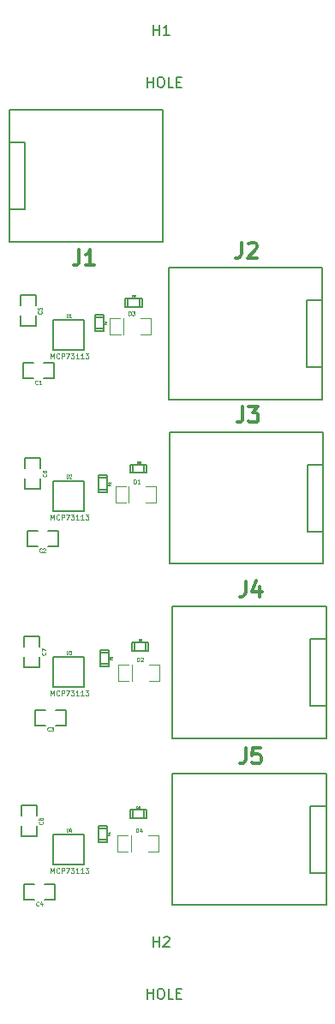
<source format=gto>
G04 (created by PCBNEW (2013-08-24 BZR 4298)-stable) date Sat 01 Feb 2014 02:51:32 PM PST*
%MOIN*%
G04 Gerber Fmt 3.4, Leading zero omitted, Abs format*
%FSLAX34Y34*%
G01*
G70*
G90*
G04 APERTURE LIST*
%ADD10C,0.005906*%
%ADD11C,0.005000*%
%ADD12C,0.007900*%
%ADD13C,0.003937*%
%ADD14C,0.003900*%
%ADD15C,0.001600*%
%ADD16C,0.012000*%
%ADD17C,0.003700*%
%ADD18C,0.002953*%
%ADD19C,0.004921*%
G04 APERTURE END LIST*
G54D10*
G54D11*
X33160Y-51266D02*
X33160Y-50946D01*
X32720Y-50956D02*
X32720Y-51266D01*
X32620Y-50946D02*
X33260Y-50946D01*
X33260Y-50946D02*
X33260Y-51266D01*
X33260Y-51266D02*
X32620Y-51266D01*
X32620Y-51266D02*
X32620Y-50946D01*
X32987Y-31388D02*
X32987Y-31068D01*
X32547Y-31078D02*
X32547Y-31388D01*
X32447Y-31068D02*
X33087Y-31068D01*
X33087Y-31068D02*
X33087Y-31388D01*
X33087Y-31388D02*
X32447Y-31388D01*
X32447Y-31388D02*
X32447Y-31068D01*
X33231Y-44758D02*
X33231Y-44438D01*
X32791Y-44448D02*
X32791Y-44758D01*
X32691Y-44438D02*
X33331Y-44438D01*
X33331Y-44438D02*
X33331Y-44758D01*
X33331Y-44758D02*
X32691Y-44758D01*
X32691Y-44758D02*
X32691Y-44438D01*
X33180Y-37848D02*
X33180Y-37528D01*
X32740Y-37538D02*
X32740Y-37848D01*
X32640Y-37528D02*
X33280Y-37528D01*
X33280Y-37528D02*
X33280Y-37848D01*
X33280Y-37848D02*
X32640Y-37848D01*
X32640Y-37848D02*
X32640Y-37528D01*
X31477Y-45275D02*
X31797Y-45275D01*
X31787Y-44835D02*
X31477Y-44835D01*
X31797Y-44735D02*
X31797Y-45375D01*
X31797Y-45375D02*
X31477Y-45375D01*
X31477Y-45375D02*
X31477Y-44735D01*
X31477Y-44735D02*
X31797Y-44735D01*
X31414Y-38487D02*
X31734Y-38487D01*
X31724Y-38047D02*
X31414Y-38047D01*
X31734Y-37947D02*
X31734Y-38587D01*
X31734Y-38587D02*
X31414Y-38587D01*
X31414Y-38587D02*
X31414Y-37947D01*
X31414Y-37947D02*
X31734Y-37947D01*
X31269Y-32231D02*
X31589Y-32231D01*
X31579Y-31791D02*
X31269Y-31791D01*
X31589Y-31691D02*
X31589Y-32331D01*
X31589Y-32331D02*
X31269Y-32331D01*
X31269Y-32331D02*
X31269Y-31691D01*
X31269Y-31691D02*
X31589Y-31691D01*
X31402Y-52097D02*
X31722Y-52097D01*
X31712Y-51657D02*
X31402Y-51657D01*
X31722Y-51557D02*
X31722Y-52197D01*
X31722Y-52197D02*
X31402Y-52197D01*
X31402Y-52197D02*
X31402Y-51557D01*
X31402Y-51557D02*
X31722Y-51557D01*
X40145Y-37519D02*
X39535Y-37519D01*
X39535Y-37519D02*
X39535Y-40118D01*
X39535Y-40118D02*
X40135Y-40118D01*
G54D12*
X34161Y-36258D02*
X40145Y-36258D01*
X40145Y-36258D02*
X40145Y-41378D01*
X40145Y-41378D02*
X34161Y-41378D01*
X34161Y-41378D02*
X34161Y-36258D01*
G54D11*
X40255Y-44291D02*
X39645Y-44291D01*
X39645Y-44291D02*
X39645Y-46889D01*
X39645Y-46889D02*
X40246Y-46889D01*
G54D12*
X34271Y-43030D02*
X40255Y-43030D01*
X40255Y-43030D02*
X40255Y-48150D01*
X40255Y-48150D02*
X34271Y-48150D01*
X34271Y-48150D02*
X34271Y-43030D01*
G54D11*
X40255Y-50787D02*
X39645Y-50787D01*
X39645Y-50787D02*
X39645Y-53385D01*
X39645Y-53385D02*
X40246Y-53385D01*
G54D12*
X34271Y-49526D02*
X40255Y-49526D01*
X40255Y-49526D02*
X40255Y-54646D01*
X40255Y-54646D02*
X34271Y-54646D01*
X34271Y-54646D02*
X34271Y-49526D01*
G54D11*
X28514Y-44595D02*
X28514Y-44195D01*
X28514Y-44195D02*
X29114Y-44195D01*
X29114Y-44195D02*
X29114Y-44595D01*
X29114Y-44995D02*
X29114Y-45395D01*
X29114Y-45395D02*
X28514Y-45395D01*
X28514Y-45395D02*
X28514Y-44995D01*
X40106Y-31129D02*
X39496Y-31129D01*
X39496Y-31129D02*
X39496Y-33728D01*
X39496Y-33728D02*
X40096Y-33728D01*
G54D12*
X34122Y-29869D02*
X40106Y-29869D01*
X40106Y-29869D02*
X40106Y-34989D01*
X40106Y-34989D02*
X34122Y-34989D01*
X34122Y-34989D02*
X34122Y-29869D01*
G54D11*
X28412Y-51170D02*
X28412Y-50770D01*
X28412Y-50770D02*
X29012Y-50770D01*
X29012Y-50770D02*
X29012Y-51170D01*
X29012Y-51570D02*
X29012Y-51970D01*
X29012Y-51970D02*
X28412Y-51970D01*
X28412Y-51970D02*
X28412Y-51570D01*
X28550Y-37658D02*
X28550Y-37258D01*
X28550Y-37258D02*
X29150Y-37258D01*
X29150Y-37258D02*
X29150Y-37658D01*
X29150Y-38058D02*
X29150Y-38458D01*
X29150Y-38458D02*
X28550Y-38458D01*
X28550Y-38458D02*
X28550Y-38058D01*
X28373Y-31331D02*
X28373Y-30931D01*
X28373Y-30931D02*
X28973Y-30931D01*
X28973Y-30931D02*
X28973Y-31331D01*
X28973Y-31731D02*
X28973Y-32131D01*
X28973Y-32131D02*
X28373Y-32131D01*
X28373Y-32131D02*
X28373Y-31731D01*
X29302Y-53845D02*
X29702Y-53845D01*
X29702Y-53845D02*
X29702Y-54445D01*
X29702Y-54445D02*
X29302Y-54445D01*
X28902Y-54445D02*
X28502Y-54445D01*
X28502Y-54445D02*
X28502Y-53845D01*
X28502Y-53845D02*
X28902Y-53845D01*
X29731Y-47058D02*
X30131Y-47058D01*
X30131Y-47058D02*
X30131Y-47658D01*
X30131Y-47658D02*
X29731Y-47658D01*
X29331Y-47658D02*
X28931Y-47658D01*
X28931Y-47658D02*
X28931Y-47058D01*
X28931Y-47058D02*
X29331Y-47058D01*
X29262Y-33581D02*
X29662Y-33581D01*
X29662Y-33581D02*
X29662Y-34181D01*
X29662Y-34181D02*
X29262Y-34181D01*
X28862Y-34181D02*
X28462Y-34181D01*
X28462Y-34181D02*
X28462Y-33581D01*
X28462Y-33581D02*
X28862Y-33581D01*
X29428Y-40109D02*
X29828Y-40109D01*
X29828Y-40109D02*
X29828Y-40709D01*
X29828Y-40709D02*
X29428Y-40709D01*
X29028Y-40709D02*
X28628Y-40709D01*
X28628Y-40709D02*
X28628Y-40109D01*
X28628Y-40109D02*
X29028Y-40109D01*
X27917Y-27598D02*
X28527Y-27598D01*
X28527Y-27598D02*
X28527Y-25000D01*
X28527Y-25000D02*
X27927Y-25000D01*
G54D12*
X33901Y-28859D02*
X27917Y-28859D01*
X27917Y-28859D02*
X27917Y-23739D01*
X27917Y-23739D02*
X33901Y-23739D01*
X33901Y-23739D02*
X33901Y-28859D01*
G54D13*
X32578Y-38360D02*
X32578Y-39009D01*
G54D14*
X32460Y-38999D02*
X32060Y-38999D01*
X32058Y-38985D02*
X32058Y-38385D01*
X32058Y-38361D02*
X32458Y-38361D01*
X33242Y-38359D02*
X33642Y-38359D01*
X33648Y-38385D02*
X33648Y-38985D01*
X33646Y-39007D02*
X33246Y-39007D01*
G54D13*
X32696Y-45289D02*
X32696Y-45938D01*
G54D14*
X32578Y-45928D02*
X32178Y-45928D01*
X32176Y-45914D02*
X32176Y-45314D01*
X32176Y-45290D02*
X32576Y-45290D01*
X33360Y-45288D02*
X33760Y-45288D01*
X33766Y-45314D02*
X33766Y-45914D01*
X33764Y-45936D02*
X33364Y-45936D01*
G54D13*
X32370Y-31828D02*
X32370Y-32478D01*
G54D14*
X32251Y-32467D02*
X31851Y-32467D01*
X31849Y-32453D02*
X31849Y-31853D01*
X31849Y-31829D02*
X32249Y-31829D01*
X33033Y-31827D02*
X33433Y-31827D01*
X33439Y-31853D02*
X33439Y-32453D01*
X33437Y-32475D02*
X33037Y-32475D01*
G54D13*
X32653Y-51919D02*
X32653Y-52568D01*
G54D14*
X32535Y-52558D02*
X32135Y-52558D01*
X32133Y-52544D02*
X32133Y-51944D01*
X32133Y-51920D02*
X32533Y-51920D01*
X33317Y-51918D02*
X33717Y-51918D01*
X33723Y-51944D02*
X33723Y-52544D01*
X33721Y-52566D02*
X33321Y-52566D01*
G54D12*
X30826Y-51885D02*
X30826Y-53066D01*
X30826Y-53066D02*
X29645Y-53066D01*
X29645Y-53066D02*
X29645Y-51885D01*
X29645Y-51885D02*
X30826Y-51885D01*
X30826Y-31889D02*
X30826Y-33070D01*
X30826Y-33070D02*
X29645Y-33070D01*
X29645Y-33070D02*
X29645Y-31889D01*
X29645Y-31889D02*
X30826Y-31889D01*
X30826Y-38149D02*
X30826Y-39330D01*
X30826Y-39330D02*
X29645Y-39330D01*
X29645Y-39330D02*
X29645Y-38149D01*
X29645Y-38149D02*
X30826Y-38149D01*
X30826Y-44988D02*
X30826Y-46169D01*
X30826Y-46169D02*
X29645Y-46169D01*
X29645Y-46169D02*
X29645Y-44988D01*
X29645Y-44988D02*
X30826Y-44988D01*
G54D15*
X32927Y-50892D02*
X32901Y-50854D01*
X32882Y-50892D02*
X32882Y-50813D01*
X32912Y-50813D01*
X32920Y-50816D01*
X32924Y-50820D01*
X32927Y-50828D01*
X32927Y-50839D01*
X32924Y-50846D01*
X32920Y-50850D01*
X32912Y-50854D01*
X32882Y-50854D01*
X32972Y-50846D02*
X32965Y-50843D01*
X32961Y-50839D01*
X32957Y-50831D01*
X32957Y-50828D01*
X32961Y-50820D01*
X32965Y-50816D01*
X32972Y-50813D01*
X32987Y-50813D01*
X32995Y-50816D01*
X32999Y-50820D01*
X33003Y-50828D01*
X33003Y-50831D01*
X32999Y-50839D01*
X32995Y-50843D01*
X32987Y-50846D01*
X32972Y-50846D01*
X32965Y-50850D01*
X32961Y-50854D01*
X32957Y-50861D01*
X32957Y-50876D01*
X32961Y-50884D01*
X32965Y-50888D01*
X32972Y-50892D01*
X32987Y-50892D01*
X32995Y-50888D01*
X32999Y-50884D01*
X33003Y-50876D01*
X33003Y-50861D01*
X32999Y-50854D01*
X32995Y-50850D01*
X32987Y-50846D01*
X32754Y-31014D02*
X32728Y-30976D01*
X32709Y-31014D02*
X32709Y-30935D01*
X32739Y-30935D01*
X32747Y-30938D01*
X32750Y-30942D01*
X32754Y-30950D01*
X32754Y-30961D01*
X32750Y-30968D01*
X32747Y-30972D01*
X32739Y-30976D01*
X32709Y-30976D01*
X32780Y-30935D02*
X32833Y-30935D01*
X32799Y-31014D01*
X32998Y-44384D02*
X32972Y-44346D01*
X32953Y-44384D02*
X32953Y-44305D01*
X32983Y-44305D01*
X32991Y-44308D01*
X32994Y-44312D01*
X32998Y-44320D01*
X32998Y-44331D01*
X32994Y-44339D01*
X32991Y-44342D01*
X32983Y-44346D01*
X32953Y-44346D01*
X33066Y-44305D02*
X33051Y-44305D01*
X33043Y-44308D01*
X33040Y-44312D01*
X33032Y-44323D01*
X33028Y-44339D01*
X33028Y-44369D01*
X33032Y-44376D01*
X33036Y-44380D01*
X33043Y-44384D01*
X33058Y-44384D01*
X33066Y-44380D01*
X33070Y-44376D01*
X33073Y-44369D01*
X33073Y-44350D01*
X33070Y-44342D01*
X33066Y-44339D01*
X33058Y-44335D01*
X33043Y-44335D01*
X33036Y-44339D01*
X33032Y-44342D01*
X33028Y-44350D01*
X32947Y-37474D02*
X32921Y-37437D01*
X32902Y-37474D02*
X32902Y-37395D01*
X32932Y-37395D01*
X32939Y-37399D01*
X32943Y-37403D01*
X32947Y-37410D01*
X32947Y-37422D01*
X32943Y-37429D01*
X32939Y-37433D01*
X32932Y-37437D01*
X32902Y-37437D01*
X33018Y-37395D02*
X32981Y-37395D01*
X32977Y-37433D01*
X32981Y-37429D01*
X32988Y-37425D01*
X33007Y-37425D01*
X33015Y-37429D01*
X33018Y-37433D01*
X33022Y-37440D01*
X33022Y-37459D01*
X33018Y-37467D01*
X33015Y-37470D01*
X33007Y-37474D01*
X32988Y-37474D01*
X32981Y-37470D01*
X32977Y-37467D01*
X31923Y-45068D02*
X31885Y-45094D01*
X31923Y-45113D02*
X31844Y-45113D01*
X31844Y-45083D01*
X31848Y-45075D01*
X31852Y-45072D01*
X31859Y-45068D01*
X31870Y-45068D01*
X31878Y-45072D01*
X31882Y-45075D01*
X31885Y-45083D01*
X31885Y-45113D01*
X31844Y-45041D02*
X31844Y-44993D01*
X31874Y-45019D01*
X31874Y-45008D01*
X31878Y-45000D01*
X31882Y-44996D01*
X31889Y-44993D01*
X31908Y-44993D01*
X31916Y-44996D01*
X31919Y-45000D01*
X31923Y-45008D01*
X31923Y-45030D01*
X31919Y-45038D01*
X31916Y-45041D01*
X31860Y-38280D02*
X31822Y-38307D01*
X31860Y-38326D02*
X31781Y-38326D01*
X31781Y-38295D01*
X31785Y-38288D01*
X31789Y-38284D01*
X31796Y-38280D01*
X31807Y-38280D01*
X31815Y-38284D01*
X31819Y-38288D01*
X31822Y-38295D01*
X31822Y-38326D01*
X31789Y-38250D02*
X31785Y-38247D01*
X31781Y-38239D01*
X31781Y-38220D01*
X31785Y-38213D01*
X31789Y-38209D01*
X31796Y-38205D01*
X31804Y-38205D01*
X31815Y-38209D01*
X31860Y-38254D01*
X31860Y-38205D01*
X31714Y-32024D02*
X31677Y-32051D01*
X31714Y-32070D02*
X31635Y-32070D01*
X31635Y-32040D01*
X31639Y-32032D01*
X31643Y-32028D01*
X31650Y-32024D01*
X31662Y-32024D01*
X31669Y-32028D01*
X31673Y-32032D01*
X31677Y-32040D01*
X31677Y-32070D01*
X31714Y-31949D02*
X31714Y-31994D01*
X31714Y-31972D02*
X31635Y-31972D01*
X31647Y-31979D01*
X31654Y-31987D01*
X31658Y-31994D01*
X31848Y-51891D02*
X31811Y-51917D01*
X31848Y-51936D02*
X31769Y-51936D01*
X31769Y-51906D01*
X31773Y-51898D01*
X31777Y-51894D01*
X31784Y-51891D01*
X31796Y-51891D01*
X31803Y-51894D01*
X31807Y-51898D01*
X31811Y-51906D01*
X31811Y-51936D01*
X31796Y-51823D02*
X31848Y-51823D01*
X31765Y-51842D02*
X31822Y-51861D01*
X31822Y-51812D01*
G54D16*
X37015Y-35278D02*
X37015Y-35706D01*
X36986Y-35792D01*
X36929Y-35849D01*
X36844Y-35878D01*
X36786Y-35878D01*
X37244Y-35278D02*
X37615Y-35278D01*
X37415Y-35506D01*
X37501Y-35506D01*
X37558Y-35535D01*
X37586Y-35564D01*
X37615Y-35621D01*
X37615Y-35764D01*
X37586Y-35821D01*
X37558Y-35849D01*
X37501Y-35878D01*
X37329Y-35878D01*
X37272Y-35849D01*
X37244Y-35821D01*
G54D10*
X33538Y-20827D02*
X33538Y-20434D01*
X33538Y-20621D02*
X33763Y-20621D01*
X33763Y-20827D02*
X33763Y-20434D01*
X34157Y-20827D02*
X33932Y-20827D01*
X34044Y-20827D02*
X34044Y-20434D01*
X34007Y-20490D01*
X33969Y-20527D01*
X33932Y-20546D01*
X33300Y-22855D02*
X33300Y-22461D01*
X33300Y-22649D02*
X33525Y-22649D01*
X33525Y-22855D02*
X33525Y-22461D01*
X33787Y-22461D02*
X33862Y-22461D01*
X33900Y-22480D01*
X33937Y-22517D01*
X33956Y-22592D01*
X33956Y-22724D01*
X33937Y-22799D01*
X33900Y-22836D01*
X33862Y-22855D01*
X33787Y-22855D01*
X33750Y-22836D01*
X33712Y-22799D01*
X33694Y-22724D01*
X33694Y-22592D01*
X33712Y-22517D01*
X33750Y-22480D01*
X33787Y-22461D01*
X34312Y-22855D02*
X34125Y-22855D01*
X34125Y-22461D01*
X34444Y-22649D02*
X34575Y-22649D01*
X34631Y-22855D02*
X34444Y-22855D01*
X34444Y-22461D01*
X34631Y-22461D01*
X33538Y-56260D02*
X33538Y-55867D01*
X33538Y-56054D02*
X33763Y-56054D01*
X33763Y-56260D02*
X33763Y-55867D01*
X33932Y-55904D02*
X33951Y-55885D01*
X33988Y-55867D01*
X34082Y-55867D01*
X34119Y-55885D01*
X34138Y-55904D01*
X34157Y-55942D01*
X34157Y-55979D01*
X34138Y-56035D01*
X33913Y-56260D01*
X34157Y-56260D01*
X33300Y-58288D02*
X33300Y-57894D01*
X33300Y-58082D02*
X33525Y-58082D01*
X33525Y-58288D02*
X33525Y-57894D01*
X33787Y-57894D02*
X33862Y-57894D01*
X33900Y-57913D01*
X33937Y-57950D01*
X33956Y-58025D01*
X33956Y-58157D01*
X33937Y-58232D01*
X33900Y-58269D01*
X33862Y-58288D01*
X33787Y-58288D01*
X33750Y-58269D01*
X33712Y-58232D01*
X33694Y-58157D01*
X33694Y-58025D01*
X33712Y-57950D01*
X33750Y-57913D01*
X33787Y-57894D01*
X34312Y-58288D02*
X34125Y-58288D01*
X34125Y-57894D01*
X34444Y-58082D02*
X34575Y-58082D01*
X34631Y-58288D02*
X34444Y-58288D01*
X34444Y-57894D01*
X34631Y-57894D01*
G54D16*
X37125Y-42049D02*
X37125Y-42478D01*
X37097Y-42564D01*
X37040Y-42621D01*
X36954Y-42649D01*
X36897Y-42649D01*
X37668Y-42249D02*
X37668Y-42649D01*
X37525Y-42021D02*
X37382Y-42449D01*
X37754Y-42449D01*
X37125Y-48546D02*
X37125Y-48974D01*
X37097Y-49060D01*
X37040Y-49117D01*
X36954Y-49146D01*
X36897Y-49146D01*
X37697Y-48546D02*
X37411Y-48546D01*
X37382Y-48831D01*
X37411Y-48803D01*
X37468Y-48774D01*
X37611Y-48774D01*
X37668Y-48803D01*
X37697Y-48831D01*
X37725Y-48888D01*
X37725Y-49031D01*
X37697Y-49088D01*
X37668Y-49117D01*
X37611Y-49146D01*
X37468Y-49146D01*
X37411Y-49117D01*
X37382Y-49088D01*
G54D17*
X29320Y-44830D02*
X29327Y-44837D01*
X29334Y-44858D01*
X29334Y-44873D01*
X29327Y-44894D01*
X29313Y-44908D01*
X29299Y-44915D01*
X29270Y-44923D01*
X29249Y-44923D01*
X29220Y-44915D01*
X29206Y-44908D01*
X29191Y-44894D01*
X29184Y-44873D01*
X29184Y-44858D01*
X29191Y-44837D01*
X29199Y-44830D01*
X29184Y-44780D02*
X29184Y-44680D01*
X29334Y-44744D01*
G54D16*
X36976Y-28888D02*
X36976Y-29317D01*
X36947Y-29402D01*
X36890Y-29459D01*
X36804Y-29488D01*
X36747Y-29488D01*
X37233Y-28945D02*
X37261Y-28917D01*
X37319Y-28888D01*
X37461Y-28888D01*
X37519Y-28917D01*
X37547Y-28945D01*
X37576Y-29002D01*
X37576Y-29059D01*
X37547Y-29145D01*
X37204Y-29488D01*
X37576Y-29488D01*
G54D17*
X29218Y-51405D02*
X29225Y-51412D01*
X29232Y-51433D01*
X29232Y-51447D01*
X29225Y-51469D01*
X29211Y-51483D01*
X29196Y-51490D01*
X29168Y-51497D01*
X29146Y-51497D01*
X29118Y-51490D01*
X29103Y-51483D01*
X29089Y-51469D01*
X29082Y-51447D01*
X29082Y-51433D01*
X29089Y-51412D01*
X29096Y-51405D01*
X29146Y-51319D02*
X29139Y-51333D01*
X29132Y-51340D01*
X29118Y-51347D01*
X29111Y-51347D01*
X29096Y-51340D01*
X29089Y-51333D01*
X29082Y-51319D01*
X29082Y-51290D01*
X29089Y-51276D01*
X29096Y-51269D01*
X29111Y-51262D01*
X29118Y-51262D01*
X29132Y-51269D01*
X29139Y-51276D01*
X29146Y-51290D01*
X29146Y-51319D01*
X29153Y-51333D01*
X29161Y-51340D01*
X29175Y-51347D01*
X29203Y-51347D01*
X29218Y-51340D01*
X29225Y-51333D01*
X29232Y-51319D01*
X29232Y-51290D01*
X29225Y-51276D01*
X29218Y-51269D01*
X29203Y-51262D01*
X29175Y-51262D01*
X29161Y-51269D01*
X29153Y-51276D01*
X29146Y-51290D01*
X29355Y-37893D02*
X29363Y-37900D01*
X29370Y-37921D01*
X29370Y-37936D01*
X29363Y-37957D01*
X29348Y-37971D01*
X29334Y-37978D01*
X29305Y-37986D01*
X29284Y-37986D01*
X29255Y-37978D01*
X29241Y-37971D01*
X29227Y-37957D01*
X29220Y-37936D01*
X29220Y-37921D01*
X29227Y-37900D01*
X29234Y-37893D01*
X29220Y-37764D02*
X29220Y-37793D01*
X29227Y-37807D01*
X29234Y-37814D01*
X29255Y-37828D01*
X29284Y-37836D01*
X29341Y-37836D01*
X29355Y-37828D01*
X29363Y-37821D01*
X29370Y-37807D01*
X29370Y-37778D01*
X29363Y-37764D01*
X29355Y-37757D01*
X29341Y-37750D01*
X29305Y-37750D01*
X29291Y-37757D01*
X29284Y-37764D01*
X29277Y-37778D01*
X29277Y-37807D01*
X29284Y-37821D01*
X29291Y-37828D01*
X29305Y-37836D01*
X29178Y-31566D02*
X29185Y-31573D01*
X29193Y-31595D01*
X29193Y-31609D01*
X29185Y-31630D01*
X29171Y-31645D01*
X29157Y-31652D01*
X29128Y-31659D01*
X29107Y-31659D01*
X29078Y-31652D01*
X29064Y-31645D01*
X29050Y-31630D01*
X29043Y-31609D01*
X29043Y-31595D01*
X29050Y-31573D01*
X29057Y-31566D01*
X29043Y-31430D02*
X29043Y-31502D01*
X29114Y-31509D01*
X29107Y-31502D01*
X29100Y-31487D01*
X29100Y-31452D01*
X29107Y-31437D01*
X29114Y-31430D01*
X29128Y-31423D01*
X29164Y-31423D01*
X29178Y-31430D01*
X29185Y-31437D01*
X29193Y-31452D01*
X29193Y-31487D01*
X29185Y-31502D01*
X29178Y-31509D01*
X29067Y-54651D02*
X29060Y-54658D01*
X29038Y-54665D01*
X29024Y-54665D01*
X29003Y-54658D01*
X28988Y-54644D01*
X28981Y-54629D01*
X28974Y-54601D01*
X28974Y-54579D01*
X28981Y-54551D01*
X28988Y-54536D01*
X29003Y-54522D01*
X29024Y-54515D01*
X29038Y-54515D01*
X29060Y-54522D01*
X29067Y-54529D01*
X29195Y-54565D02*
X29195Y-54665D01*
X29160Y-54508D02*
X29124Y-54615D01*
X29217Y-54615D01*
X29496Y-47863D02*
X29489Y-47870D01*
X29467Y-47878D01*
X29453Y-47878D01*
X29432Y-47870D01*
X29417Y-47856D01*
X29410Y-47842D01*
X29403Y-47813D01*
X29403Y-47792D01*
X29410Y-47763D01*
X29417Y-47749D01*
X29432Y-47735D01*
X29453Y-47728D01*
X29467Y-47728D01*
X29489Y-47735D01*
X29496Y-47742D01*
X29546Y-47728D02*
X29639Y-47728D01*
X29589Y-47785D01*
X29610Y-47785D01*
X29625Y-47792D01*
X29632Y-47799D01*
X29639Y-47813D01*
X29639Y-47849D01*
X29632Y-47863D01*
X29625Y-47870D01*
X29610Y-47878D01*
X29567Y-47878D01*
X29553Y-47870D01*
X29546Y-47863D01*
X29027Y-34387D02*
X29020Y-34394D01*
X28999Y-34401D01*
X28985Y-34401D01*
X28963Y-34394D01*
X28949Y-34380D01*
X28942Y-34366D01*
X28935Y-34337D01*
X28935Y-34316D01*
X28942Y-34287D01*
X28949Y-34273D01*
X28963Y-34258D01*
X28985Y-34251D01*
X28999Y-34251D01*
X29020Y-34258D01*
X29027Y-34266D01*
X29170Y-34401D02*
X29085Y-34401D01*
X29127Y-34401D02*
X29127Y-34251D01*
X29113Y-34273D01*
X29099Y-34287D01*
X29085Y-34294D01*
X29193Y-40915D02*
X29186Y-40922D01*
X29164Y-40929D01*
X29150Y-40929D01*
X29129Y-40922D01*
X29114Y-40907D01*
X29107Y-40893D01*
X29100Y-40865D01*
X29100Y-40843D01*
X29107Y-40815D01*
X29114Y-40800D01*
X29129Y-40786D01*
X29150Y-40779D01*
X29164Y-40779D01*
X29186Y-40786D01*
X29193Y-40793D01*
X29250Y-40793D02*
X29257Y-40786D01*
X29271Y-40779D01*
X29307Y-40779D01*
X29321Y-40786D01*
X29329Y-40793D01*
X29336Y-40807D01*
X29336Y-40822D01*
X29329Y-40843D01*
X29243Y-40929D01*
X29336Y-40929D01*
G54D16*
X30647Y-29182D02*
X30647Y-29611D01*
X30618Y-29696D01*
X30561Y-29754D01*
X30476Y-29782D01*
X30418Y-29782D01*
X31247Y-29782D02*
X30904Y-29782D01*
X31076Y-29782D02*
X31076Y-29182D01*
X31018Y-29268D01*
X30961Y-29325D01*
X30904Y-29354D01*
G54D17*
X32782Y-38250D02*
X32782Y-38100D01*
X32818Y-38100D01*
X32840Y-38108D01*
X32854Y-38122D01*
X32861Y-38136D01*
X32868Y-38165D01*
X32868Y-38186D01*
X32861Y-38215D01*
X32854Y-38229D01*
X32840Y-38243D01*
X32818Y-38250D01*
X32782Y-38250D01*
X33011Y-38250D02*
X32925Y-38250D01*
X32968Y-38250D02*
X32968Y-38100D01*
X32954Y-38122D01*
X32940Y-38136D01*
X32925Y-38143D01*
X32901Y-45180D02*
X32901Y-45030D01*
X32936Y-45030D01*
X32958Y-45037D01*
X32972Y-45051D01*
X32979Y-45065D01*
X32986Y-45094D01*
X32986Y-45115D01*
X32979Y-45144D01*
X32972Y-45158D01*
X32958Y-45172D01*
X32936Y-45180D01*
X32901Y-45180D01*
X33043Y-45044D02*
X33051Y-45037D01*
X33065Y-45030D01*
X33101Y-45030D01*
X33115Y-45037D01*
X33122Y-45044D01*
X33129Y-45058D01*
X33129Y-45072D01*
X33122Y-45094D01*
X33036Y-45180D01*
X33129Y-45180D01*
X32574Y-31719D02*
X32574Y-31569D01*
X32610Y-31569D01*
X32631Y-31576D01*
X32645Y-31590D01*
X32652Y-31605D01*
X32660Y-31633D01*
X32660Y-31655D01*
X32652Y-31683D01*
X32645Y-31698D01*
X32631Y-31712D01*
X32610Y-31719D01*
X32574Y-31719D01*
X32710Y-31569D02*
X32802Y-31569D01*
X32752Y-31626D01*
X32774Y-31626D01*
X32788Y-31633D01*
X32795Y-31640D01*
X32802Y-31655D01*
X32802Y-31690D01*
X32795Y-31705D01*
X32788Y-31712D01*
X32774Y-31719D01*
X32731Y-31719D01*
X32717Y-31712D01*
X32710Y-31705D01*
X32857Y-51809D02*
X32857Y-51659D01*
X32893Y-51659D01*
X32914Y-51667D01*
X32929Y-51681D01*
X32936Y-51695D01*
X32943Y-51724D01*
X32943Y-51745D01*
X32936Y-51774D01*
X32929Y-51788D01*
X32914Y-51802D01*
X32893Y-51809D01*
X32857Y-51809D01*
X33072Y-51709D02*
X33072Y-51809D01*
X33036Y-51652D02*
X33000Y-51759D01*
X33093Y-51759D01*
G54D18*
X30154Y-51649D02*
X30154Y-51777D01*
X30159Y-51792D01*
X30165Y-51799D01*
X30176Y-51807D01*
X30199Y-51807D01*
X30210Y-51799D01*
X30215Y-51792D01*
X30221Y-51777D01*
X30221Y-51649D01*
X30328Y-51702D02*
X30328Y-51807D01*
X30300Y-51642D02*
X30272Y-51754D01*
X30345Y-51754D01*
G54D19*
X29536Y-53396D02*
X29536Y-53199D01*
X29602Y-53339D01*
X29667Y-53199D01*
X29667Y-53396D01*
X29874Y-53377D02*
X29864Y-53386D01*
X29836Y-53396D01*
X29817Y-53396D01*
X29789Y-53386D01*
X29770Y-53368D01*
X29761Y-53349D01*
X29752Y-53311D01*
X29752Y-53283D01*
X29761Y-53246D01*
X29770Y-53227D01*
X29789Y-53208D01*
X29817Y-53199D01*
X29836Y-53199D01*
X29864Y-53208D01*
X29874Y-53218D01*
X29958Y-53396D02*
X29958Y-53199D01*
X30033Y-53199D01*
X30052Y-53208D01*
X30061Y-53218D01*
X30070Y-53236D01*
X30070Y-53264D01*
X30061Y-53283D01*
X30052Y-53293D01*
X30033Y-53302D01*
X29958Y-53302D01*
X30136Y-53199D02*
X30267Y-53199D01*
X30183Y-53396D01*
X30323Y-53199D02*
X30445Y-53199D01*
X30380Y-53274D01*
X30408Y-53274D01*
X30427Y-53283D01*
X30436Y-53293D01*
X30445Y-53311D01*
X30445Y-53358D01*
X30436Y-53377D01*
X30427Y-53386D01*
X30408Y-53396D01*
X30352Y-53396D01*
X30333Y-53386D01*
X30323Y-53377D01*
X30633Y-53396D02*
X30520Y-53396D01*
X30577Y-53396D02*
X30577Y-53199D01*
X30558Y-53227D01*
X30539Y-53246D01*
X30520Y-53255D01*
X30820Y-53396D02*
X30708Y-53396D01*
X30764Y-53396D02*
X30764Y-53199D01*
X30745Y-53227D01*
X30727Y-53246D01*
X30708Y-53255D01*
X30886Y-53199D02*
X31008Y-53199D01*
X30942Y-53274D01*
X30970Y-53274D01*
X30989Y-53283D01*
X30998Y-53293D01*
X31008Y-53311D01*
X31008Y-53358D01*
X30998Y-53377D01*
X30989Y-53386D01*
X30970Y-53396D01*
X30914Y-53396D01*
X30895Y-53386D01*
X30886Y-53377D01*
G54D18*
X30154Y-31653D02*
X30154Y-31781D01*
X30159Y-31796D01*
X30165Y-31803D01*
X30176Y-31811D01*
X30199Y-31811D01*
X30210Y-31803D01*
X30215Y-31796D01*
X30221Y-31781D01*
X30221Y-31653D01*
X30339Y-31811D02*
X30272Y-31811D01*
X30305Y-31811D02*
X30305Y-31653D01*
X30294Y-31676D01*
X30283Y-31691D01*
X30272Y-31698D01*
G54D19*
X29536Y-33400D02*
X29536Y-33203D01*
X29602Y-33343D01*
X29667Y-33203D01*
X29667Y-33400D01*
X29874Y-33381D02*
X29864Y-33390D01*
X29836Y-33400D01*
X29817Y-33400D01*
X29789Y-33390D01*
X29770Y-33371D01*
X29761Y-33353D01*
X29752Y-33315D01*
X29752Y-33287D01*
X29761Y-33250D01*
X29770Y-33231D01*
X29789Y-33212D01*
X29817Y-33203D01*
X29836Y-33203D01*
X29864Y-33212D01*
X29874Y-33221D01*
X29958Y-33400D02*
X29958Y-33203D01*
X30033Y-33203D01*
X30052Y-33212D01*
X30061Y-33221D01*
X30070Y-33240D01*
X30070Y-33268D01*
X30061Y-33287D01*
X30052Y-33296D01*
X30033Y-33306D01*
X29958Y-33306D01*
X30136Y-33203D02*
X30267Y-33203D01*
X30183Y-33400D01*
X30323Y-33203D02*
X30445Y-33203D01*
X30380Y-33278D01*
X30408Y-33278D01*
X30427Y-33287D01*
X30436Y-33296D01*
X30445Y-33315D01*
X30445Y-33362D01*
X30436Y-33381D01*
X30427Y-33390D01*
X30408Y-33400D01*
X30352Y-33400D01*
X30333Y-33390D01*
X30323Y-33381D01*
X30633Y-33400D02*
X30520Y-33400D01*
X30577Y-33400D02*
X30577Y-33203D01*
X30558Y-33231D01*
X30539Y-33250D01*
X30520Y-33259D01*
X30820Y-33400D02*
X30708Y-33400D01*
X30764Y-33400D02*
X30764Y-33203D01*
X30745Y-33231D01*
X30727Y-33250D01*
X30708Y-33259D01*
X30886Y-33203D02*
X31008Y-33203D01*
X30942Y-33278D01*
X30970Y-33278D01*
X30989Y-33287D01*
X30998Y-33296D01*
X31008Y-33315D01*
X31008Y-33362D01*
X30998Y-33381D01*
X30989Y-33390D01*
X30970Y-33400D01*
X30914Y-33400D01*
X30895Y-33390D01*
X30886Y-33381D01*
G54D18*
X30154Y-37913D02*
X30154Y-38041D01*
X30159Y-38056D01*
X30165Y-38063D01*
X30176Y-38071D01*
X30199Y-38071D01*
X30210Y-38063D01*
X30215Y-38056D01*
X30221Y-38041D01*
X30221Y-37913D01*
X30272Y-37928D02*
X30277Y-37921D01*
X30289Y-37913D01*
X30317Y-37913D01*
X30328Y-37921D01*
X30334Y-37928D01*
X30339Y-37943D01*
X30339Y-37958D01*
X30334Y-37981D01*
X30266Y-38071D01*
X30339Y-38071D01*
G54D19*
X29536Y-39659D02*
X29536Y-39463D01*
X29602Y-39603D01*
X29667Y-39463D01*
X29667Y-39659D01*
X29874Y-39641D02*
X29864Y-39650D01*
X29836Y-39659D01*
X29817Y-39659D01*
X29789Y-39650D01*
X29770Y-39631D01*
X29761Y-39613D01*
X29752Y-39575D01*
X29752Y-39547D01*
X29761Y-39509D01*
X29770Y-39491D01*
X29789Y-39472D01*
X29817Y-39463D01*
X29836Y-39463D01*
X29864Y-39472D01*
X29874Y-39481D01*
X29958Y-39659D02*
X29958Y-39463D01*
X30033Y-39463D01*
X30052Y-39472D01*
X30061Y-39481D01*
X30070Y-39500D01*
X30070Y-39528D01*
X30061Y-39547D01*
X30052Y-39556D01*
X30033Y-39566D01*
X29958Y-39566D01*
X30136Y-39463D02*
X30267Y-39463D01*
X30183Y-39659D01*
X30323Y-39463D02*
X30445Y-39463D01*
X30380Y-39538D01*
X30408Y-39538D01*
X30427Y-39547D01*
X30436Y-39556D01*
X30445Y-39575D01*
X30445Y-39622D01*
X30436Y-39641D01*
X30427Y-39650D01*
X30408Y-39659D01*
X30352Y-39659D01*
X30333Y-39650D01*
X30323Y-39641D01*
X30633Y-39659D02*
X30520Y-39659D01*
X30577Y-39659D02*
X30577Y-39463D01*
X30558Y-39491D01*
X30539Y-39509D01*
X30520Y-39519D01*
X30820Y-39659D02*
X30708Y-39659D01*
X30764Y-39659D02*
X30764Y-39463D01*
X30745Y-39491D01*
X30727Y-39509D01*
X30708Y-39519D01*
X30886Y-39463D02*
X31008Y-39463D01*
X30942Y-39538D01*
X30970Y-39538D01*
X30989Y-39547D01*
X30998Y-39556D01*
X31008Y-39575D01*
X31008Y-39622D01*
X30998Y-39641D01*
X30989Y-39650D01*
X30970Y-39659D01*
X30914Y-39659D01*
X30895Y-39650D01*
X30886Y-39641D01*
G54D18*
X30154Y-44752D02*
X30154Y-44879D01*
X30159Y-44894D01*
X30165Y-44902D01*
X30176Y-44909D01*
X30199Y-44909D01*
X30210Y-44902D01*
X30215Y-44894D01*
X30221Y-44879D01*
X30221Y-44752D01*
X30266Y-44752D02*
X30339Y-44752D01*
X30300Y-44812D01*
X30317Y-44812D01*
X30328Y-44819D01*
X30334Y-44827D01*
X30339Y-44842D01*
X30339Y-44879D01*
X30334Y-44894D01*
X30328Y-44902D01*
X30317Y-44909D01*
X30283Y-44909D01*
X30272Y-44902D01*
X30266Y-44894D01*
G54D19*
X29536Y-46498D02*
X29536Y-46301D01*
X29602Y-46442D01*
X29667Y-46301D01*
X29667Y-46498D01*
X29874Y-46479D02*
X29864Y-46489D01*
X29836Y-46498D01*
X29817Y-46498D01*
X29789Y-46489D01*
X29770Y-46470D01*
X29761Y-46451D01*
X29752Y-46414D01*
X29752Y-46386D01*
X29761Y-46348D01*
X29770Y-46329D01*
X29789Y-46311D01*
X29817Y-46301D01*
X29836Y-46301D01*
X29864Y-46311D01*
X29874Y-46320D01*
X29958Y-46498D02*
X29958Y-46301D01*
X30033Y-46301D01*
X30052Y-46311D01*
X30061Y-46320D01*
X30070Y-46339D01*
X30070Y-46367D01*
X30061Y-46386D01*
X30052Y-46395D01*
X30033Y-46404D01*
X29958Y-46404D01*
X30136Y-46301D02*
X30267Y-46301D01*
X30183Y-46498D01*
X30323Y-46301D02*
X30445Y-46301D01*
X30380Y-46376D01*
X30408Y-46376D01*
X30427Y-46386D01*
X30436Y-46395D01*
X30445Y-46414D01*
X30445Y-46461D01*
X30436Y-46479D01*
X30427Y-46489D01*
X30408Y-46498D01*
X30352Y-46498D01*
X30333Y-46489D01*
X30323Y-46479D01*
X30633Y-46498D02*
X30520Y-46498D01*
X30577Y-46498D02*
X30577Y-46301D01*
X30558Y-46329D01*
X30539Y-46348D01*
X30520Y-46357D01*
X30820Y-46498D02*
X30708Y-46498D01*
X30764Y-46498D02*
X30764Y-46301D01*
X30745Y-46329D01*
X30727Y-46348D01*
X30708Y-46357D01*
X30886Y-46301D02*
X31008Y-46301D01*
X30942Y-46376D01*
X30970Y-46376D01*
X30989Y-46386D01*
X30998Y-46395D01*
X31008Y-46414D01*
X31008Y-46461D01*
X30998Y-46479D01*
X30989Y-46489D01*
X30970Y-46498D01*
X30914Y-46498D01*
X30895Y-46489D01*
X30886Y-46479D01*
M02*

</source>
